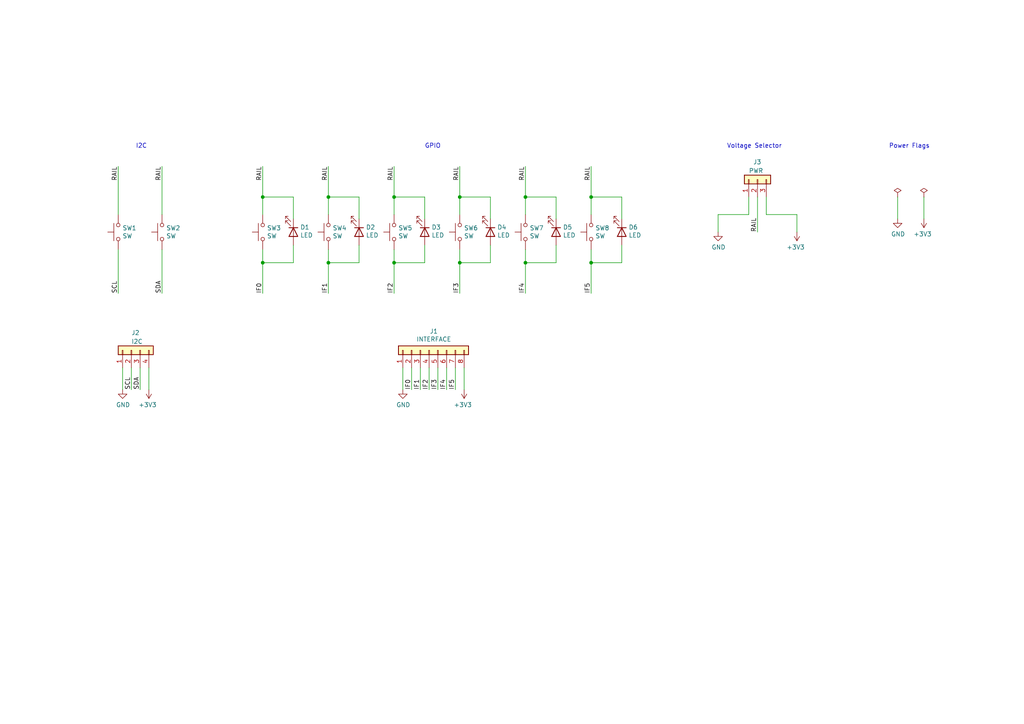
<source format=kicad_sch>
(kicad_sch (version 20211123) (generator eeschema)
  (paper "A4")
  (lib_symbols
    (symbol "Connector_Generic:Conn_01x03" (pin_names (offset 1.016) hide)
      (property "Reference" "J" (at 0 5.08 0))
      (property "Value" "Conn_01x03" (at 0 -5.08 0))
      (symbol "Conn_01x03_1_1"
        (rectangle (start -1.27 -2.413) (end 0 -2.667) (stroke (width 0.1524)))
        (rectangle (start -1.27 0.127) (end 0 -0.127) (stroke (width 0.1524)))
        (rectangle (start -1.27 2.667) (end 0 2.413) (stroke (width 0.1524)))
        (rectangle (start -1.27 3.81) (end 1.27 -3.81) (stroke (width 0.254)) (fill (type background)))
        (pin passive line (at -5.08 2.54 0) (length 3.81) (name "Pin_1") (number "1"))
        (pin passive line (at -5.08 0 0) (length 3.81) (name "Pin_2") (number "2"))
        (pin passive line (at -5.08 -2.54 0) (length 3.81) (name "Pin_3") (number "3"))
      )
    )
    (symbol "Connector_Generic:Conn_01x04" (pin_names (offset 1.016) hide)
      (property "Reference" "J" (at 0 5.08 0))
      (property "Value" "Conn_01x04" (at 0 -7.62 0))
      (symbol "Conn_01x04_1_1"
        (rectangle (start -1.27 -4.953) (end 0 -5.207) (stroke (width 0.1524)))
        (rectangle (start -1.27 -2.413) (end 0 -2.667) (stroke (width 0.1524)))
        (rectangle (start -1.27 0.127) (end 0 -0.127) (stroke (width 0.1524)))
        (rectangle (start -1.27 2.667) (end 0 2.413) (stroke (width 0.1524)))
        (rectangle (start -1.27 3.81) (end 1.27 -6.35) (stroke (width 0.254)) (fill (type background)))
        (pin passive line (at -5.08 2.54 0) (length 3.81) (name "Pin_1") (number "1"))
        (pin passive line (at -5.08 0 0) (length 3.81) (name "Pin_2") (number "2"))
        (pin passive line (at -5.08 -2.54 0) (length 3.81) (name "Pin_3") (number "3"))
        (pin passive line (at -5.08 -5.08 0) (length 3.81) (name "Pin_4") (number "4"))
      )
    )
    (symbol "Connector_Generic:Conn_01x08" (pin_names (offset 1.016) hide)
      (property "Reference" "J" (at 0 10.16 0))
      (property "Value" "Conn_01x08" (at 0 -12.7 0))
      (symbol "Conn_01x08_1_1"
        (rectangle (start -1.27 -10.033) (end 0 -10.287) (stroke (width 0.1524)))
        (rectangle (start -1.27 -7.493) (end 0 -7.747) (stroke (width 0.1524)))
        (rectangle (start -1.27 -4.953) (end 0 -5.207) (stroke (width 0.1524)))
        (rectangle (start -1.27 -2.413) (end 0 -2.667) (stroke (width 0.1524)))
        (rectangle (start -1.27 0.127) (end 0 -0.127) (stroke (width 0.1524)))
        (rectangle (start -1.27 2.667) (end 0 2.413) (stroke (width 0.1524)))
        (rectangle (start -1.27 5.207) (end 0 4.953) (stroke (width 0.1524)))
        (rectangle (start -1.27 7.747) (end 0 7.493) (stroke (width 0.1524)))
        (rectangle (start -1.27 8.89) (end 1.27 -11.43) (stroke (width 0.254)) (fill (type background)))
        (pin passive line (at -5.08 7.62 0) (length 3.81) (name "Pin_1") (number "1"))
        (pin passive line (at -5.08 5.08 0) (length 3.81) (name "Pin_2") (number "2"))
        (pin passive line (at -5.08 2.54 0) (length 3.81) (name "Pin_3") (number "3"))
        (pin passive line (at -5.08 0 0) (length 3.81) (name "Pin_4") (number "4"))
        (pin passive line (at -5.08 -2.54 0) (length 3.81) (name "Pin_5") (number "5"))
        (pin passive line (at -5.08 -5.08 0) (length 3.81) (name "Pin_6") (number "6"))
        (pin passive line (at -5.08 -7.62 0) (length 3.81) (name "Pin_7") (number "7"))
        (pin passive line (at -5.08 -10.16 0) (length 3.81) (name "Pin_8") (number "8"))
      )
    )
    (symbol "Device:LED" (pin_numbers hide) (pin_names (offset 1.016) hide)
      (property "Reference" "D" (at 0 2.54 0))
      (property "Value" "LED" (at 0 -2.54 0))
      (symbol "LED_0_1"
        (polyline (pts (xy -1.27 -1.27) (xy -1.27 1.27)) (stroke (width 0.254)))
        (polyline (pts (xy -1.27 0) (xy 1.27 0)))
        (polyline (pts (xy 1.27 -1.27) (xy 1.27 1.27) (xy -1.27 0) (xy 1.27 -1.27)) (stroke (width 0.254)))
        (polyline (pts (xy -3.048 -0.762) (xy -4.572 -2.286) (xy -3.81 -2.286) (xy -4.572 -2.286) (xy -4.572 -1.524)))
        (polyline (pts (xy -1.778 -0.762) (xy -3.302 -2.286) (xy -2.54 -2.286) (xy -3.302 -2.286) (xy -3.302 -1.524)))
      )
      (symbol "LED_1_1"
        (pin passive line (at -3.81 0 0) (length 2.54) (name "K") (number "1"))
        (pin passive line (at 3.81 0 180) (length 2.54) (name "A") (number "2"))
      )
    )
    (symbol "Switch:SW_Push" (pin_numbers hide) (pin_names (offset 1.016) hide)
      (property "Reference" "SW" (at 1.27 2.54 0))
      (property "Value" "SW_Push" (at 0 -1.524 0))
      (symbol "SW_Push_0_1"
        (circle (center -2.032 0) (radius 0.508))
        (polyline (pts (xy 0 1.27) (xy 0 3.048)))
        (polyline (pts (xy 2.54 1.27) (xy -2.54 1.27)))
        (circle (center 2.032 0) (radius 0.508))
        (pin passive line (at -5.08 0 0) (length 2.54) (name "1") (number "1"))
        (pin passive line (at 5.08 0 180) (length 2.54) (name "2") (number "2"))
      )
    )
    (symbol "power:+3V3" (power) (pin_names (offset 0))
      (property "Value" "+3V3" (at 0 3.556 0))
      (symbol "+3V3_0_1"
        (polyline (pts (xy -0.762 1.27) (xy 0 2.54)))
        (polyline (pts (xy 0 0) (xy 0 2.54)))
        (polyline (pts (xy 0 2.54) (xy 0.762 1.27)))
      )
      (symbol "+3V3_1_1"
        (pin power_in line (at 0 0 90) (length 0) hide (name "+3V3") (number "1"))
      )
    )
    (symbol "power:GND" (power) (pin_names (offset 0))
      (property "Value" "GND" (at 0 -3.81 0))
      (symbol "GND_0_1"
        (polyline (pts (xy 0 0) (xy 0 -1.27) (xy 1.27 -1.27) (xy 0 -2.54) (xy -1.27 -1.27) (xy 0 -1.27)))
      )
      (symbol "GND_1_1"
        (pin power_in line (at 0 0 270) (length 0) hide (name "GND") (number "1"))
      )
    )
    (symbol "power:PWR_FLAG" (power) (pin_numbers hide) (pin_names (offset 0) hide)
      (property "Value" "PWR_FLAG" (at 0 3.81 0))
      (symbol "PWR_FLAG_0_0"
        (pin power_out line (at 0 0 90) (length 0) (name "pwr") (number "1"))
      )
      (symbol "PWR_FLAG_0_1"
        (polyline (pts (xy 0 0) (xy 0 1.27) (xy -1.016 1.905) (xy 0 2.54) (xy 1.016 1.905) (xy 0 1.27)))
      )
    )
  )
  (junction (at 114.3 57.15))
  (junction (at 76.2 76.2))
  (junction (at 114.3 76.2))
  (junction (at 95.25 76.2))
  (junction (at 133.35 57.15))
  (junction (at 171.45 57.15))
  (junction (at 133.35 76.2))
  (junction (at 152.4 76.2))
  (junction (at 152.4 57.15))
  (junction (at 171.45 76.2))
  (junction (at 95.25 57.15))
  (junction (at 76.2 57.15))
  (wire (pts (xy 231.14 62.23) (xy 231.14 67.31)))
  (wire (pts (xy 267.97 57.15) (xy 267.97 63.5)))
  (wire (pts (xy 161.29 71.12) (xy 161.29 76.2)))
  (wire (pts (xy 85.09 76.2) (xy 76.2 76.2)))
  (wire (pts (xy 76.2 72.39) (xy 76.2 76.2)))
  (wire (pts (xy 123.19 76.2) (xy 114.3 76.2)))
  (wire (pts (xy 34.29 48.26) (xy 34.29 62.23)))
  (wire (pts (xy 208.28 62.23) (xy 208.28 67.31)))
  (wire (pts (xy 95.25 57.15) (xy 95.25 48.26)))
  (wire (pts (xy 123.19 63.5) (xy 123.19 57.15)))
  (wire (pts (xy 121.92 106.68) (xy 121.92 113.03)))
  (wire (pts (xy 38.1 106.68) (xy 38.1 113.03)))
  (wire (pts (xy 222.25 62.23) (xy 231.14 62.23)))
  (wire (pts (xy 133.35 76.2) (xy 133.35 85.09)))
  (wire (pts (xy 142.24 57.15) (xy 133.35 57.15)))
  (wire (pts (xy 76.2 62.23) (xy 76.2 57.15)))
  (wire (pts (xy 133.35 62.23) (xy 133.35 57.15)))
  (wire (pts (xy 43.18 106.68) (xy 43.18 113.03)))
  (wire (pts (xy 260.35 57.15) (xy 260.35 63.5)))
  (wire (pts (xy 114.3 72.39) (xy 114.3 76.2)))
  (wire (pts (xy 76.2 57.15) (xy 76.2 48.26)))
  (wire (pts (xy 104.14 57.15) (xy 95.25 57.15)))
  (wire (pts (xy 129.54 106.68) (xy 129.54 113.03)))
  (wire (pts (xy 85.09 57.15) (xy 76.2 57.15)))
  (wire (pts (xy 114.3 57.15) (xy 114.3 48.26)))
  (wire (pts (xy 217.17 57.15) (xy 217.17 62.23)))
  (wire (pts (xy 171.45 57.15) (xy 171.45 48.26)))
  (wire (pts (xy 132.08 106.68) (xy 132.08 113.03)))
  (wire (pts (xy 119.38 106.68) (xy 119.38 113.03)))
  (wire (pts (xy 152.4 62.23) (xy 152.4 57.15)))
  (wire (pts (xy 142.24 71.12) (xy 142.24 76.2)))
  (wire (pts (xy 40.64 106.68) (xy 40.64 113.03)))
  (wire (pts (xy 95.25 72.39) (xy 95.25 76.2)))
  (wire (pts (xy 116.84 106.68) (xy 116.84 113.03)))
  (wire (pts (xy 114.3 76.2) (xy 114.3 85.09)))
  (wire (pts (xy 161.29 57.15) (xy 152.4 57.15)))
  (wire (pts (xy 161.29 76.2) (xy 152.4 76.2)))
  (wire (pts (xy 114.3 62.23) (xy 114.3 57.15)))
  (wire (pts (xy 123.19 57.15) (xy 114.3 57.15)))
  (wire (pts (xy 46.99 48.26) (xy 46.99 62.23)))
  (wire (pts (xy 180.34 71.12) (xy 180.34 76.2)))
  (wire (pts (xy 133.35 57.15) (xy 133.35 48.26)))
  (wire (pts (xy 35.56 106.68) (xy 35.56 113.03)))
  (wire (pts (xy 134.62 113.03) (xy 134.62 106.68)))
  (wire (pts (xy 127 106.68) (xy 127 113.03)))
  (wire (pts (xy 180.34 63.5) (xy 180.34 57.15)))
  (wire (pts (xy 219.71 57.15) (xy 219.71 67.31)))
  (wire (pts (xy 124.46 106.68) (xy 124.46 113.03)))
  (wire (pts (xy 222.25 57.15) (xy 222.25 62.23)))
  (wire (pts (xy 123.19 71.12) (xy 123.19 76.2)))
  (wire (pts (xy 217.17 62.23) (xy 208.28 62.23)))
  (wire (pts (xy 180.34 76.2) (xy 171.45 76.2)))
  (wire (pts (xy 142.24 76.2) (xy 133.35 76.2)))
  (wire (pts (xy 133.35 72.39) (xy 133.35 76.2)))
  (wire (pts (xy 171.45 76.2) (xy 171.45 85.09)))
  (wire (pts (xy 104.14 76.2) (xy 95.25 76.2)))
  (wire (pts (xy 152.4 57.15) (xy 152.4 48.26)))
  (wire (pts (xy 104.14 63.5) (xy 104.14 57.15)))
  (wire (pts (xy 46.99 72.39) (xy 46.99 85.09)))
  (wire (pts (xy 85.09 63.5) (xy 85.09 57.15)))
  (wire (pts (xy 76.2 76.2) (xy 76.2 85.09)))
  (wire (pts (xy 104.14 71.12) (xy 104.14 76.2)))
  (wire (pts (xy 180.34 57.15) (xy 171.45 57.15)))
  (wire (pts (xy 171.45 62.23) (xy 171.45 57.15)))
  (wire (pts (xy 85.09 71.12) (xy 85.09 76.2)))
  (wire (pts (xy 171.45 72.39) (xy 171.45 76.2)))
  (wire (pts (xy 95.25 62.23) (xy 95.25 57.15)))
  (wire (pts (xy 161.29 63.5) (xy 161.29 57.15)))
  (wire (pts (xy 152.4 72.39) (xy 152.4 76.2)))
  (wire (pts (xy 152.4 76.2) (xy 152.4 85.09)))
  (wire (pts (xy 142.24 63.5) (xy 142.24 57.15)))
  (wire (pts (xy 95.25 76.2) (xy 95.25 85.09)))
  (wire (pts (xy 34.29 72.39) (xy 34.29 85.09)))
  (text "Voltage Selector" (at 210.82 43.18 0) (effects (font (size 1.27 1.27)) (justify left bottom)))
  (text "GPIO" (at 123.19 43.18 0) (effects (font (size 1.27 1.27)) (justify left bottom)))
  (text "Power Flags" (at 257.81 43.18 0) (effects (font (size 1.27 1.27)) (justify left bottom)))
  (text "I2C" (at 39.37 43.18 0) (effects (font (size 1.27 1.27)) (justify left bottom)))
  (label "IF3" (at 127 113.03 90))
  (label "RAIL" (at 133.35 48.26 270))
  (label "RAIL" (at 171.45 48.26 270))
  (label "IF1" (at 121.92 113.03 90))
  (label "IF5" (at 171.45 85.09 90))
  (label "IF2" (at 114.3 85.09 90))
  (label "RAIL" (at 95.25 48.26 270))
  (label "IF2" (at 124.46 113.03 90))
  (label "RAIL" (at 46.99 48.26 270))
  (label "RAIL" (at 219.71 67.31 90))
  (label "RAIL" (at 34.29 48.26 270))
  (label "SCL" (at 38.1 113.03 90))
  (label "RAIL" (at 76.2 48.26 270))
  (label "IF0" (at 119.38 113.03 90))
  (label "IF3" (at 133.35 85.09 90))
  (label "IF4" (at 152.4 85.09 90))
  (label "IF0" (at 76.2 85.09 90))
  (label "IF5" (at 132.08 113.03 90))
  (label "IF4" (at 129.54 113.03 90))
  (label "IF1" (at 95.25 85.09 90))
  (label "RAIL" (at 114.3 48.26 270))
  (label "RAIL" (at 152.4 48.26 270))
  (label "SDA" (at 40.64 113.03 90))
  (label "SDA" (at 46.99 85.09 90))
  (label "SCL" (at 34.29 85.09 90))
  (symbol (lib_id "Switch:SW_Push") (at 171.45 67.31 90) (unit 1)
    (property "Reference" "SW8" (at 172.6692 66.1416 90) (effects (justify right)))
    (property "Value" "SW" (at 172.6692 68.453 90) (effects (justify right)))
    (property "Footprint" "Button_Switch_THT:SW_PUSH_6mm" (effects hide))
  )
  (symbol (lib_id "Connector_Generic:Conn_01x03") (at 219.71 52.07 90) (unit 1)
    (property "Reference" "J3" (at 218.44 46.99 90) (effects (justify right)))
    (property "Value" "PWR" (at 217.17 49.53 90) (effects (justify right)))
    (property "Footprint" "Connector_PinHeader_2.54mm:PinHeader_1x03_P2.54mm_Vertical" (effects hide))
  )
  (symbol (lib_id "Connector_Generic:Conn_01x08") (at 124.46 101.6 90) (unit 1)
    (property "Reference" "J1" (at 125.8316 96.0882 90))
    (property "Value" "INTERFACE" (at 125.8316 98.3996 90))
    (property "Footprint" "Connector_PinHeader_2.54mm:PinHeader_1x08_P2.54mm_Vertical" (effects hide))
  )
  (symbol (lib_id "power:GND") (at 116.84 113.03 0) (unit 1)
    (property "Reference" "#PWR0101" (effects hide))
    (property "Value" "GND" (at 116.967 117.4242 0))
  )
  (symbol (lib_id "power:GND") (at 208.28 67.31 0) (unit 1)
    (property "Reference" "#PWR0102" (effects hide))
    (property "Value" "GND" (at 208.407 71.7042 0))
  )
  (symbol (lib_id "power:+3V3") (at 231.14 67.31 180) (unit 1)
    (property "Reference" "#PWR0103" (effects hide))
    (property "Value" "+3V3" (at 230.759 71.7042 0))
  )
  (symbol (lib_id "power:+3V3") (at 134.62 113.03 180) (unit 1)
    (property "Reference" "#PWR0104" (effects hide))
    (property "Value" "+3V3" (at 134.239 117.4242 0))
  )
  (symbol (lib_id "Connector_Generic:Conn_01x04") (at 38.1 101.6 90) (unit 1)
    (property "Reference" "J2" (at 38.1 96.52 90) (effects (justify right)))
    (property "Value" "I2C" (at 38.1 99.06 90) (effects (justify right)))
    (property "Footprint" "Connector_PinHeader_2.54mm:PinHeader_1x04_P2.54mm_Vertical" (effects hide))
  )
  (symbol (lib_id "power:GND") (at 35.56 113.03 0) (unit 1)
    (property "Reference" "#PWR0105" (effects hide))
    (property "Value" "GND" (at 35.687 117.4242 0))
  )
  (symbol (lib_id "power:+3V3") (at 43.18 113.03 180) (unit 1)
    (property "Reference" "#PWR0106" (effects hide))
    (property "Value" "+3V3" (at 42.799 117.4242 0))
  )
  (symbol (lib_id "Device:LED") (at 180.34 67.31 270) (unit 1)
    (property "Reference" "D6" (at 182.3212 65.913 90) (effects (justify left)))
    (property "Value" "LED" (at 182.3212 68.2244 90) (effects (justify left)))
    (property "Footprint" "LED_SMD:LED_0603_1608Metric" (effects hide))
  )
  (symbol (lib_id "Switch:SW_Push") (at 152.4 67.31 90) (unit 1)
    (property "Reference" "SW7" (at 153.6192 66.1416 90) (effects (justify right)))
    (property "Value" "SW" (at 153.6192 68.453 90) (effects (justify right)))
    (property "Footprint" "Button_Switch_THT:SW_PUSH_6mm" (effects hide))
  )
  (symbol (lib_id "Device:LED") (at 161.29 67.31 270) (unit 1)
    (property "Reference" "D5" (at 163.2712 65.913 90) (effects (justify left)))
    (property "Value" "LED" (at 163.2712 68.2244 90) (effects (justify left)))
    (property "Footprint" "LED_SMD:LED_0603_1608Metric" (effects hide))
  )
  (symbol (lib_id "Switch:SW_Push") (at 133.35 67.31 90) (unit 1)
    (property "Reference" "SW6" (at 134.5692 66.1416 90) (effects (justify right)))
    (property "Value" "SW" (at 134.5692 68.453 90) (effects (justify right)))
    (property "Footprint" "Button_Switch_THT:SW_PUSH_6mm" (effects hide))
  )
  (symbol (lib_id "Device:LED") (at 142.24 67.31 270) (unit 1)
    (property "Reference" "D4" (at 144.2212 65.913 90) (effects (justify left)))
    (property "Value" "LED" (at 144.2212 68.2244 90) (effects (justify left)))
    (property "Footprint" "LED_SMD:LED_0603_1608Metric" (effects hide))
  )
  (symbol (lib_id "Switch:SW_Push") (at 114.3 67.31 90) (unit 1)
    (property "Reference" "SW5" (at 115.5192 66.1416 90) (effects (justify right)))
    (property "Value" "SW" (at 115.5192 68.453 90) (effects (justify right)))
    (property "Footprint" "Button_Switch_THT:SW_PUSH_6mm" (effects hide))
  )
  (symbol (lib_id "Device:LED") (at 123.19 67.31 270) (unit 1)
    (property "Reference" "D3" (at 125.1712 65.913 90) (effects (justify left)))
    (property "Value" "LED" (at 125.1712 68.2244 90) (effects (justify left)))
    (property "Footprint" "LED_SMD:LED_0603_1608Metric" (effects hide))
  )
  (symbol (lib_id "Switch:SW_Push") (at 95.25 67.31 90) (unit 1)
    (property "Reference" "SW4" (at 96.4692 66.1416 90) (effects (justify right)))
    (property "Value" "SW" (at 96.4692 68.453 90) (effects (justify right)))
    (property "Footprint" "Button_Switch_THT:SW_PUSH_6mm" (effects hide))
  )
  (symbol (lib_id "Device:LED") (at 104.14 67.31 270) (unit 1)
    (property "Reference" "D2" (at 106.1212 65.913 90) (effects (justify left)))
    (property "Value" "LED" (at 106.1212 68.2244 90) (effects (justify left)))
    (property "Footprint" "LED_SMD:LED_0603_1608Metric" (effects hide))
  )
  (symbol (lib_id "Switch:SW_Push") (at 76.2 67.31 90) (unit 1)
    (property "Reference" "SW3" (at 77.4192 66.1416 90) (effects (justify right)))
    (property "Value" "SW" (at 77.4192 68.453 90) (effects (justify right)))
    (property "Footprint" "Button_Switch_THT:SW_PUSH_6mm" (effects hide))
  )
  (symbol (lib_id "Device:LED") (at 85.09 67.31 270) (unit 1)
    (property "Reference" "D1" (at 87.0712 65.913 90) (effects (justify left)))
    (property "Value" "LED" (at 87.0712 68.2244 90) (effects (justify left)))
    (property "Footprint" "LED_SMD:LED_0603_1608Metric" (effects hide))
  )
  (symbol (lib_id "Switch:SW_Push") (at 46.99 67.31 90) (unit 1)
    (property "Reference" "SW2" (at 48.2092 66.1416 90) (effects (justify right)))
    (property "Value" "SW" (at 48.2092 68.453 90) (effects (justify right)))
    (property "Footprint" "Button_Switch_THT:SW_PUSH_6mm" (effects hide))
  )
  (symbol (lib_id "Switch:SW_Push") (at 34.29 67.31 90) (unit 1)
    (property "Reference" "SW1" (at 35.5092 66.1416 90) (effects (justify right)))
    (property "Value" "SW" (at 35.5092 68.453 90) (effects (justify right)))
    (property "Footprint" "Button_Switch_THT:SW_PUSH_6mm" (effects hide))
  )
  (symbol (lib_id "power:PWR_FLAG") (at 260.35 57.15 0) (unit 1)
    (property "Reference" "#FLG0101" (effects hide))
    (property "Value" "PWR_FLAG" (effects hide))
  )
  (symbol (lib_id "power:PWR_FLAG") (at 267.97 57.15 0) (unit 1)
    (property "Reference" "#FLG0102" (effects hide))
    (property "Value" "PWR_FLAG" (effects hide))
  )
  (symbol (lib_id "power:+3V3") (at 267.97 63.5 180) (unit 1)
    (property "Reference" "#PWR0107" (effects hide))
    (property "Value" "+3V3" (at 267.589 67.8942 0))
  )
  (symbol (lib_id "power:GND") (at 260.35 63.5 0) (unit 1)
    (property "Reference" "#PWR0108" (effects hide))
    (property "Value" "GND" (at 260.477 67.8942 0))
  )
)
</source>
